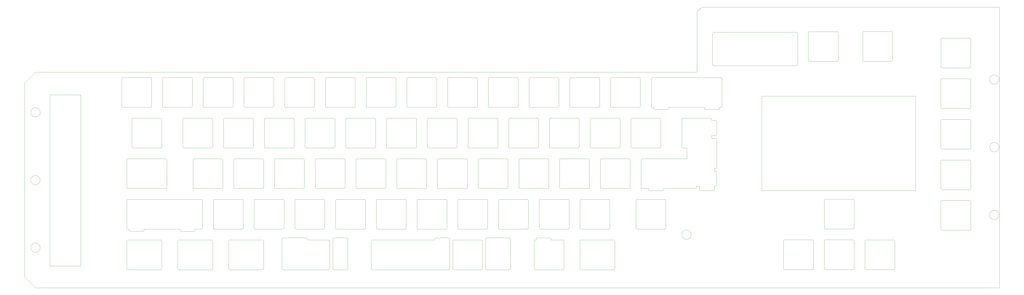
<source format=gm1>
G04 #@! TF.GenerationSoftware,KiCad,Pcbnew,8.0.3*
G04 #@! TF.CreationDate,2024-09-11T17:16:18-04:00*
G04 #@! TF.ProjectId,cover_plate,636f7665-725f-4706-9c61-74652e6b6963,rev?*
G04 #@! TF.SameCoordinates,Original*
G04 #@! TF.FileFunction,Profile,NP*
%FSLAX46Y46*%
G04 Gerber Fmt 4.6, Leading zero omitted, Abs format (unit mm)*
G04 Created by KiCad (PCBNEW 8.0.3) date 2024-09-11 17:16:18*
%MOMM*%
%LPD*%
G01*
G04 APERTURE LIST*
G04 #@! TA.AperFunction,Profile*
%ADD10C,0.100000*%
G04 #@! TD*
G04 APERTURE END LIST*
D10*
X274020947Y-188983553D02*
G75*
G02*
X274520947Y-189483553I-47J-500047D01*
G01*
X173796447Y-165783553D02*
G75*
G02*
X173296447Y-165283553I-47J499953D01*
G01*
X264521447Y-146683553D02*
G75*
G02*
X264021447Y-146183553I-47J499953D01*
G01*
X121271447Y-127583553D02*
X134271447Y-127583553D01*
X399283947Y-157671553D02*
X398671947Y-157671553D01*
X220721447Y-146183553D02*
X220721447Y-133183553D01*
X399283947Y-157671553D02*
G75*
G02*
X399783947Y-158171553I-47J-500047D01*
G01*
X468741847Y-105921953D02*
X481741847Y-105921953D01*
X287571447Y-127083553D02*
G75*
G02*
X287071447Y-127583647I-500047J-47D01*
G01*
X202446447Y-184883553D02*
G75*
G02*
X201946447Y-184383553I-47J499953D01*
G01*
X312271447Y-127583553D02*
X325271447Y-127583553D01*
X518356047Y-152336753D02*
X505356047Y-152336753D01*
X229771447Y-113583553D02*
G75*
G02*
X230271447Y-114083553I-47J-500047D01*
G01*
X482770647Y-189927953D02*
X469770647Y-189927953D01*
X311771447Y-114083553D02*
G75*
G02*
X312271447Y-113583647I499953J-47D01*
G01*
X163421447Y-203483553D02*
X163421447Y-190483553D01*
X239821447Y-146183553D02*
G75*
G02*
X239321447Y-146683647I-500047J-47D01*
G01*
X226271947Y-188983553D02*
G75*
G02*
X226771947Y-189483553I-47J-500047D01*
G01*
X201621447Y-146183553D02*
X201621447Y-133183553D01*
X340421447Y-133183553D02*
X340421447Y-146183553D01*
X169021447Y-146683553D02*
G75*
G02*
X168521447Y-146183553I-47J499953D01*
G01*
X307496447Y-165783553D02*
G75*
G02*
X306996447Y-165283553I-47J499953D01*
G01*
X218333947Y-203483553D02*
X218333947Y-190483553D01*
X273571447Y-114083553D02*
X273571447Y-127083553D01*
X163421447Y-146183553D02*
G75*
G02*
X162921447Y-146683647I-500047J-47D01*
G01*
X315121447Y-189983553D02*
X315121447Y-189483600D01*
X235871447Y-127583553D02*
X248871447Y-127583553D01*
X186796447Y-151783553D02*
G75*
G02*
X187296447Y-152283553I-47J-500047D01*
G01*
X360021447Y-146683553D02*
G75*
G02*
X359521447Y-146183553I-47J499953D01*
G01*
X504856047Y-114636753D02*
G75*
G02*
X505356047Y-114136847I499953J-47D01*
G01*
X326596447Y-165783553D02*
G75*
G02*
X326096447Y-165283553I-47J499953D01*
G01*
X131266447Y-184888553D02*
X148146447Y-184888553D01*
X207321447Y-188983553D02*
G75*
G02*
X207821447Y-189483553I-47J-500047D01*
G01*
X283121447Y-133183553D02*
X283121447Y-146183553D01*
X287896447Y-152283553D02*
X287896447Y-165283553D01*
X383896447Y-146683553D02*
G75*
G02*
X383396447Y-146183553I-47J499953D01*
G01*
X396896447Y-132683553D02*
X383896447Y-132683553D01*
X481741847Y-91921953D02*
G75*
G02*
X482241847Y-92421953I-47J-500047D01*
G01*
X336146447Y-203983553D02*
X351533947Y-203983553D01*
X216771447Y-127583553D02*
X229771447Y-127583553D01*
X482241847Y-105421953D02*
X482241847Y-92421953D01*
X287896447Y-152283553D02*
G75*
G02*
X288396447Y-151783647I499953J-47D01*
G01*
X325271447Y-113583553D02*
G75*
G02*
X325771447Y-114083553I-47J-500047D01*
G01*
X225821447Y-133183553D02*
X225821447Y-146183553D01*
X283121447Y-133183553D02*
G75*
G02*
X283621447Y-132683647I499953J-47D01*
G01*
X377183447Y-128083553D02*
G75*
G02*
X376683447Y-128583647I-500047J-47D01*
G01*
X182521447Y-146183553D02*
X182521447Y-133183553D01*
X267971447Y-113583553D02*
G75*
G02*
X268471447Y-114083553I-47J-500047D01*
G01*
X226771947Y-203483553D02*
X226771947Y-189483553D01*
X221546447Y-184883553D02*
X234546447Y-184883553D01*
X205896447Y-151783553D02*
X192896447Y-151783553D01*
X147033947Y-190483553D02*
X147033947Y-203483553D01*
X362408947Y-184883553D02*
G75*
G02*
X361908947Y-184383553I-47J499953D01*
G01*
X310946447Y-170883553D02*
G75*
G02*
X311446447Y-171383553I-47J-500047D01*
G01*
X328161275Y-203483553D02*
G75*
G02*
X327659134Y-203985975I-502375J-47D01*
G01*
X383896447Y-146683553D02*
X385783947Y-146683553D01*
X278346447Y-171383553D02*
X278346447Y-184383553D01*
X316546447Y-171383553D02*
G75*
G02*
X317046447Y-170883647I499953J-47D01*
G01*
X168521447Y-133183553D02*
G75*
G02*
X169021447Y-132683647I499953J-47D01*
G01*
X154196447Y-152283553D02*
G75*
G02*
X154696447Y-151783647I499953J-47D01*
G01*
X123658947Y-184883553D02*
X124270947Y-184888553D01*
X277521447Y-132683553D02*
G75*
G02*
X278021447Y-133183553I-47J-500047D01*
G01*
X168521447Y-133183553D02*
X168521447Y-146183553D01*
X187621447Y-133183553D02*
X187621447Y-146183553D01*
X163421447Y-146183553D02*
X163421447Y-133183553D01*
X148146447Y-184888553D02*
X148146447Y-185383553D01*
X259246447Y-171383553D02*
G75*
G02*
X259746447Y-170883647I499953J-47D01*
G01*
X210671447Y-113583553D02*
X197671447Y-113583553D01*
X518356047Y-133236753D02*
G75*
G02*
X518856047Y-133736753I-47J-500047D01*
G01*
X201946447Y-171383553D02*
X201946447Y-184383553D01*
X244596447Y-165283553D02*
X244596447Y-152283553D01*
X334821447Y-132683553D02*
G75*
G02*
X335321447Y-133183553I-47J-500047D01*
G01*
X344371447Y-113583553D02*
G75*
G02*
X344871447Y-114083553I-47J-500047D01*
G01*
X239321447Y-132683553D02*
X226321447Y-132683553D01*
X293171447Y-127583553D02*
X306171447Y-127583553D01*
X311771447Y-114083553D02*
X311771447Y-127083553D01*
X306171447Y-113583553D02*
X293171447Y-113583553D01*
X532100000Y-114560000D02*
G75*
G02*
X527700000Y-114560000I-2200000J0D01*
G01*
X527700000Y-114560000D02*
G75*
G02*
X532100000Y-114560000I2200000J0D01*
G01*
X321821447Y-146683553D02*
G75*
G02*
X321321447Y-146183553I-47J499953D01*
G01*
X450182447Y-171309753D02*
X450182447Y-184309753D01*
X445094447Y-203400153D02*
X445094447Y-190400153D01*
X317046447Y-184883553D02*
G75*
G02*
X316546447Y-184383553I-47J499953D01*
G01*
X258421447Y-132683553D02*
X245421447Y-132683553D01*
X352039751Y-203480011D02*
G75*
G02*
X351530651Y-203989453I-505851J-3589D01*
G01*
X349146447Y-170883553D02*
G75*
G02*
X349646447Y-171383553I-47J-500047D01*
G01*
X330046447Y-170883553D02*
G75*
G02*
X330546447Y-171383553I-47J-500047D01*
G01*
X217833947Y-189983553D02*
G75*
G02*
X218333947Y-190483553I-47J-500047D01*
G01*
X336146447Y-203983553D02*
G75*
G02*
X335646447Y-203483553I-47J499953D01*
G01*
X504893553Y-95543553D02*
G75*
G02*
X505393553Y-95043553I500047J-47D01*
G01*
X220271947Y-203983553D02*
X226271947Y-203983553D01*
X215446447Y-170883553D02*
G75*
G02*
X215946447Y-171383553I-47J-500047D01*
G01*
X187296447Y-165283553D02*
X187296447Y-152283553D01*
X353921447Y-132683553D02*
G75*
G02*
X354421447Y-133183553I-47J-500047D01*
G01*
X278021447Y-146183553D02*
G75*
G02*
X277521447Y-146683647I-500047J-47D01*
G01*
X169021447Y-146683553D02*
X182021447Y-146683553D01*
X123156761Y-171383551D02*
G75*
G02*
X123657648Y-170881762I501839J-49D01*
G01*
X230271447Y-127083553D02*
X230271447Y-114083553D01*
X240646447Y-184883553D02*
X253646447Y-184883553D01*
X301396447Y-151783553D02*
X288396447Y-151783553D01*
X206396447Y-165283553D02*
G75*
G02*
X205896447Y-165783647I-500047J-47D01*
G01*
X505356047Y-128136753D02*
X518356047Y-128136753D01*
X196846447Y-184383553D02*
X196846447Y-171383553D01*
X218333947Y-203483553D02*
G75*
G02*
X217833947Y-203983547I-499947J-47D01*
G01*
X450182447Y-190409753D02*
G75*
G02*
X450682447Y-189909847I499953J-47D01*
G01*
X397396447Y-140795553D02*
X397396447Y-142233553D01*
X370683447Y-128583553D02*
X376683447Y-128583553D01*
X297946447Y-184883553D02*
G75*
G02*
X297446447Y-184383553I-47J499953D01*
G01*
X183346447Y-184883553D02*
X196346447Y-184883553D01*
X364796447Y-165783553D02*
X367795947Y-165783553D01*
X297946447Y-184883553D02*
X310946447Y-184883553D01*
X282296447Y-151783553D02*
G75*
G02*
X282796447Y-152283553I-47J-500047D01*
G01*
X206396447Y-165283553D02*
X206396447Y-152283553D01*
X124770947Y-185883553D02*
G75*
G02*
X124270947Y-185383553I-47J499953D01*
G01*
X340921447Y-146683553D02*
X353921447Y-146683553D01*
X306996447Y-152283553D02*
G75*
G02*
X307496447Y-151783647I499953J-47D01*
G01*
X182021447Y-132683553D02*
X169021447Y-132683553D01*
X207221447Y-146683553D02*
X220221447Y-146683553D01*
X264521447Y-146683553D02*
X277521447Y-146683553D01*
X283621447Y-146683553D02*
G75*
G02*
X283121447Y-146183553I-47J499953D01*
G01*
X302721447Y-146683553D02*
X315721447Y-146683553D01*
X168196447Y-165283553D02*
X168196447Y-152283553D01*
X518856047Y-184936753D02*
X518856047Y-171936753D01*
X518856047Y-184936753D02*
G75*
G02*
X518356047Y-185436847I-500047J-47D01*
G01*
X401741447Y-113583553D02*
X369571447Y-113583553D01*
X397728447Y-93251153D02*
G75*
G02*
X398728447Y-92251247I999953J-47D01*
G01*
X345696447Y-165783553D02*
X358696447Y-165783553D01*
X272746447Y-170883553D02*
X259746447Y-170883553D01*
X244096447Y-151783553D02*
X231096447Y-151783553D01*
X141433947Y-151783553D02*
X123658947Y-151783553D01*
X390233947Y-165283553D02*
X390233947Y-164671553D01*
X314158947Y-190483553D02*
G75*
G02*
X314658947Y-189983647I499953J-47D01*
G01*
X320996447Y-165283553D02*
G75*
G02*
X320496447Y-165783647I-500047J-47D01*
G01*
X303033947Y-203483553D02*
X303033947Y-189483553D01*
X292671447Y-114083553D02*
X292671447Y-127083553D01*
X505356047Y-147236753D02*
X518356047Y-147236753D01*
X335321447Y-146183553D02*
G75*
G02*
X334821447Y-146683647I-500047J-47D01*
G01*
X282796447Y-165283553D02*
G75*
G02*
X282296447Y-165783647I-500047J-47D01*
G01*
X301896447Y-165283553D02*
G75*
G02*
X301396447Y-165783647I-500047J-47D01*
G01*
X397728447Y-93251153D02*
X397728447Y-107001153D01*
X134271447Y-113583553D02*
G75*
G02*
X134771447Y-114083553I-47J-500047D01*
G01*
X392171947Y-166783553D02*
G75*
G02*
X391671947Y-166283553I-47J499953D01*
G01*
X456703447Y-105476153D02*
G75*
G02*
X456203447Y-105976247I-500047J-47D01*
G01*
X139546447Y-146183553D02*
G75*
G02*
X139046447Y-146683647I-500047J-47D01*
G01*
X125546447Y-133183553D02*
X125546447Y-146183553D01*
X518893553Y-108543553D02*
X518893553Y-95543553D01*
X238270000Y-203983553D02*
X274020947Y-203983553D01*
X288396447Y-165783553D02*
G75*
G02*
X287896447Y-165283553I-47J499953D01*
G01*
X373521447Y-146183553D02*
G75*
G02*
X373021447Y-146683647I-500047J-47D01*
G01*
X274071447Y-127583553D02*
X287071447Y-127583553D01*
X172971447Y-127083553D02*
G75*
G02*
X172471447Y-127583647I-500047J-47D01*
G01*
X394059447Y-127583553D02*
X394059447Y-128083553D01*
X254971447Y-127583553D02*
G75*
G02*
X254471447Y-127083553I-47J499953D01*
G01*
X225496447Y-165283553D02*
X225496447Y-152283553D01*
X235371447Y-114083553D02*
G75*
G02*
X235871447Y-113583647I499953J-47D01*
G01*
X463682447Y-189909753D02*
G75*
G02*
X464182447Y-190409753I-47J-500047D01*
G01*
X359196447Y-165283553D02*
G75*
G02*
X358696447Y-165783647I-500047J-47D01*
G01*
X268796447Y-152283553D02*
X268796447Y-165283553D01*
X239821447Y-146183553D02*
X239821447Y-133183553D01*
X216271447Y-114083553D02*
G75*
G02*
X216771447Y-113583647I499953J-47D01*
G01*
X274520947Y-203483553D02*
X274520947Y-189483553D01*
X274520947Y-203483553D02*
G75*
G02*
X274020947Y-203983647I-500047J-47D01*
G01*
X397396447Y-133795553D02*
X397396447Y-133183553D01*
X518393553Y-95043553D02*
X505393553Y-95043553D01*
X263696447Y-165283553D02*
X263696447Y-152283553D01*
X330046447Y-170883553D02*
X317046447Y-170883553D01*
X297121447Y-146183553D02*
X297121447Y-133183553D01*
X205896447Y-151783553D02*
G75*
G02*
X206396447Y-152283553I-47J-500047D01*
G01*
X320496447Y-151783553D02*
X307496447Y-151783553D01*
X322121447Y-189983553D02*
X322121447Y-189483600D01*
X398728447Y-108001153D02*
X436978447Y-108001153D01*
X399283947Y-133795553D02*
G75*
G02*
X399783947Y-134295553I-47J-500047D01*
G01*
X237758947Y-190483553D02*
G75*
G02*
X238258947Y-189983647I499953J-47D01*
G01*
X331371447Y-127583553D02*
G75*
G02*
X330871447Y-127083553I-47J499953D01*
G01*
X370183447Y-127583553D02*
X370183447Y-128083553D01*
X398671947Y-166283553D02*
X398671947Y-164671553D01*
X375408947Y-170883553D02*
G75*
G02*
X375908947Y-171383553I-47J-500047D01*
G01*
X399783947Y-140295553D02*
X399783947Y-134295553D01*
X437728447Y-107251153D02*
G75*
G02*
X436978447Y-108001247I-750047J-47D01*
G01*
X336146447Y-184883553D02*
G75*
G02*
X335646447Y-184383553I-47J499953D01*
G01*
X505356047Y-166336753D02*
G75*
G02*
X504856047Y-165836753I-47J499953D01*
G01*
X358696447Y-151783553D02*
G75*
G02*
X359196447Y-152283553I-47J-500047D01*
G01*
X219771947Y-189483553D02*
X219771947Y-203483553D01*
X267971447Y-113583553D02*
X254971447Y-113583553D01*
X383396447Y-133183553D02*
G75*
G02*
X383896447Y-132683647I499953J-47D01*
G01*
X398671947Y-164671553D02*
X399283947Y-164671553D01*
X291896947Y-203983553D02*
X302533947Y-203983553D01*
X375408947Y-170883553D02*
X362408947Y-170883553D01*
X401059447Y-128083553D02*
G75*
G02*
X400559447Y-128583647I-500047J-47D01*
G01*
X320996447Y-165283553D02*
X320996447Y-152283553D01*
X123160000Y-203490000D02*
X123160000Y-190490000D01*
X398728447Y-108001153D02*
G75*
G02*
X397728447Y-107001153I-47J999953D01*
G01*
X463682447Y-189909753D02*
X450682447Y-189909753D01*
X238270000Y-203985039D02*
G75*
G02*
X237757338Y-203483553I-11100J501439D01*
G01*
X302221447Y-133183553D02*
G75*
G02*
X302721447Y-132683647I499953J-47D01*
G01*
X315721447Y-132683553D02*
G75*
G02*
X316221447Y-133183553I-47J-500047D01*
G01*
X278846447Y-184883553D02*
X291846447Y-184883553D01*
X244921447Y-133183553D02*
X244921447Y-146183553D01*
X450682447Y-203909753D02*
X463682447Y-203909753D01*
X443203447Y-105976153D02*
X456203447Y-105976153D01*
X349646447Y-184383553D02*
X349646447Y-171383553D01*
X254471447Y-114083553D02*
G75*
G02*
X254971447Y-113583647I499953J-47D01*
G01*
X394559447Y-128583553D02*
G75*
G02*
X394059447Y-128083553I-47J499953D01*
G01*
X518856047Y-146736753D02*
X518856047Y-133736753D01*
X149421447Y-133183553D02*
G75*
G02*
X149921447Y-132683647I499953J-47D01*
G01*
X268796447Y-152283553D02*
G75*
G02*
X269296447Y-151783647I499953J-47D01*
G01*
X374795947Y-166283553D02*
G75*
G02*
X374295947Y-166783647I-500047J-47D01*
G01*
X148646947Y-185883553D02*
X154646947Y-185883553D01*
X340096447Y-165283553D02*
G75*
G02*
X339596447Y-165783647I-500047J-47D01*
G01*
X267520947Y-189978553D02*
X238258947Y-189983553D01*
X158646447Y-184383553D02*
G75*
G02*
X158146447Y-184883647I-500047J-47D01*
G01*
X245421447Y-146683553D02*
G75*
G02*
X244921447Y-146183553I-47J499953D01*
G01*
X505393553Y-109043553D02*
G75*
G02*
X504893647Y-108543553I47J499953D01*
G01*
X219771947Y-189483553D02*
G75*
G02*
X220271947Y-188983647I499953J-47D01*
G01*
X149921447Y-146683553D02*
X162921447Y-146683553D01*
X287071447Y-113583553D02*
G75*
G02*
X287571447Y-114083553I-47J-500047D01*
G01*
X311446447Y-184383553D02*
X311446447Y-171383553D01*
X532370000Y-80473247D02*
X532370000Y-212423247D01*
X532273247Y-212520000D01*
X80346047Y-212520000D01*
X75188719Y-207362672D01*
X75188719Y-116340847D01*
X80222807Y-111306759D01*
X80222807Y-111300000D01*
X80477807Y-111045000D01*
X390261047Y-111045000D01*
X390516047Y-110790000D01*
X390516047Y-82640000D01*
X392686047Y-80470000D01*
X532333247Y-80470000D01*
X532350000Y-80453247D01*
X532370000Y-80473247D01*
X344871447Y-127083553D02*
G75*
G02*
X344371447Y-127583647I-500047J-47D01*
G01*
X82550000Y-129930000D02*
G75*
G02*
X78150000Y-129930000I-2200000J0D01*
G01*
X78150000Y-129930000D02*
G75*
G02*
X82550000Y-129930000I2200000J0D01*
G01*
X82540000Y-161860000D02*
G75*
G02*
X78140000Y-161860000I-2200000J0D01*
G01*
X78140000Y-161860000D02*
G75*
G02*
X82540000Y-161860000I2200000J0D01*
G01*
X278021447Y-146183553D02*
X278021447Y-133183553D01*
X226271947Y-188983553D02*
X220271947Y-188983553D01*
X482241847Y-105421953D02*
G75*
G02*
X481741847Y-105922047I-500047J-47D01*
G01*
X431094447Y-190400153D02*
G75*
G02*
X431594447Y-189900247I499953J-47D01*
G01*
X399783947Y-155733553D02*
G75*
G02*
X399283947Y-156233647I-500047J-47D01*
G01*
X363971447Y-127083553D02*
X363971447Y-114083553D01*
X211496447Y-152283553D02*
G75*
G02*
X211996447Y-151783647I499953J-47D01*
G01*
X297446447Y-171383553D02*
G75*
G02*
X297946447Y-170883647I499953J-47D01*
G01*
X401740000Y-113583554D02*
G75*
G02*
X402176130Y-114083553I-68600J-500046D01*
G01*
X192071447Y-127083553D02*
G75*
G02*
X191571447Y-127583647I-500047J-47D01*
G01*
X217833947Y-189983553D02*
X207821447Y-189978553D01*
X250196447Y-165783553D02*
G75*
G02*
X249696447Y-165283553I-47J499953D01*
G01*
X306671447Y-127083553D02*
G75*
G02*
X306171447Y-127583647I-500047J-47D01*
G01*
X253646447Y-170883553D02*
X240646447Y-170883553D01*
X131270947Y-185383553D02*
X131266447Y-184888553D01*
X340096447Y-165283553D02*
X340096447Y-152283553D01*
X87080000Y-121750000D02*
X101590000Y-121750000D01*
X101590000Y-202260000D01*
X87080000Y-202260000D01*
X87080000Y-121750000D01*
X211996447Y-165783553D02*
X224996447Y-165783553D01*
X481741847Y-91921953D02*
X468741847Y-91921953D01*
X518393553Y-95043553D02*
G75*
G02*
X518893647Y-95543553I47J-500047D01*
G01*
X154696447Y-165783553D02*
X167696447Y-165783553D01*
X464182447Y-184309753D02*
X464182447Y-171309753D01*
X192071447Y-127083553D02*
X192071447Y-114083553D01*
X469770647Y-203927953D02*
X482770647Y-203927953D01*
X431594447Y-203900153D02*
X444594447Y-203900153D01*
X187296447Y-203483553D02*
G75*
G02*
X186796447Y-203983647I-500047J-47D01*
G01*
X351535365Y-189982135D02*
G75*
G02*
X352035367Y-190483553I-1465J-501465D01*
G01*
X268471447Y-127083553D02*
G75*
G02*
X267971447Y-127583647I-500047J-47D01*
G01*
X325771447Y-127083553D02*
X325771447Y-114083553D01*
X328158947Y-203480000D02*
X328158947Y-190483600D01*
X167696447Y-151783553D02*
G75*
G02*
X168196447Y-152283553I-47J-500047D01*
G01*
X464182447Y-203409753D02*
X464182447Y-190409753D01*
X191571447Y-113583553D02*
G75*
G02*
X192071447Y-114083553I-47J-500047D01*
G01*
X134771447Y-127083553D02*
X134771447Y-114083553D01*
X201946447Y-171383553D02*
G75*
G02*
X202446447Y-170883647I499953J-47D01*
G01*
X504856047Y-133736753D02*
X504856047Y-146736753D01*
X162921447Y-189983553D02*
X147533947Y-189983553D01*
X330546447Y-184383553D02*
X330546447Y-171383553D01*
X354421447Y-146183553D02*
G75*
G02*
X353921447Y-146683647I-500047J-47D01*
G01*
X278346447Y-171383553D02*
G75*
G02*
X278846447Y-170883647I499953J-47D01*
G01*
X325271447Y-113583553D02*
X312271447Y-113583553D01*
X221046447Y-171383553D02*
X221046447Y-184383553D01*
X349971447Y-114083553D02*
X349971447Y-127083553D01*
X364796447Y-165783553D02*
G75*
G02*
X364296447Y-165283553I-47J499953D01*
G01*
X210671447Y-113583553D02*
G75*
G02*
X211171447Y-114083553I-47J-500047D01*
G01*
X244921447Y-133183553D02*
G75*
G02*
X245421447Y-132683647I499953J-47D01*
G01*
X518356047Y-133236753D02*
X505356047Y-133236753D01*
X162921447Y-132683553D02*
G75*
G02*
X163421447Y-133183553I-47J-500047D01*
G01*
X464182447Y-184309753D02*
G75*
G02*
X463682447Y-184809847I-500047J-47D01*
G01*
X450682447Y-184809753D02*
G75*
G02*
X450182447Y-184309753I-47J499953D01*
G01*
X370683447Y-128583553D02*
G75*
G02*
X370183447Y-128083553I-47J499953D01*
G01*
X139070000Y-203990000D02*
X123660000Y-203990000D01*
X287571447Y-127083553D02*
X287571447Y-114083553D01*
X220221447Y-132683553D02*
X207221447Y-132683553D01*
X259246447Y-171383553D02*
X259246447Y-184383553D01*
X224996447Y-151783553D02*
X211996447Y-151783553D01*
X397396447Y-140795553D02*
X399283947Y-140795553D01*
X220271947Y-203983553D02*
G75*
G02*
X219771947Y-203483553I-47J499953D01*
G01*
X321821447Y-146683553D02*
X334821447Y-146683553D01*
X177246447Y-170883553D02*
G75*
G02*
X177746447Y-171383553I-47J-500047D01*
G01*
X215946447Y-184383553D02*
G75*
G02*
X215446447Y-184883647I-500047J-47D01*
G01*
X197171447Y-114083553D02*
X197171447Y-127083553D01*
X383396447Y-133183553D02*
X383396447Y-146183553D01*
X398671947Y-156233553D02*
X399283947Y-156233553D01*
X248871447Y-113583553D02*
X235871447Y-113583553D01*
X178571447Y-127583553D02*
G75*
G02*
X178071447Y-127083553I-47J499953D01*
G01*
X301896447Y-165283553D02*
X301896447Y-152283553D01*
X288396447Y-165783553D02*
X301396447Y-165783553D01*
X316221447Y-146183553D02*
G75*
G02*
X315721447Y-146683647I-500047J-47D01*
G01*
X248871447Y-113583553D02*
G75*
G02*
X249371447Y-114083553I-47J-500047D01*
G01*
X399283947Y-142233553D02*
X397396447Y-142233553D01*
X391671947Y-164671553D02*
X391671947Y-166283553D01*
X464182447Y-203409753D02*
G75*
G02*
X463682447Y-203909847I-500047J-47D01*
G01*
X377183447Y-128083553D02*
X377183447Y-127583553D01*
X123158947Y-152283553D02*
X123158947Y-165283553D01*
X226321447Y-146683553D02*
X239321447Y-146683553D01*
X315121447Y-189483600D02*
G75*
G02*
X315621447Y-188983647I499953J0D01*
G01*
X187296447Y-190483553D02*
X187296447Y-203483553D01*
X254146447Y-184383553D02*
G75*
G02*
X253646447Y-184883647I-500047J-47D01*
G01*
X196395947Y-203983553D02*
X217830000Y-203983553D01*
X139070000Y-189990000D02*
G75*
G02*
X139570000Y-190490000I0J-500000D01*
G01*
X504856047Y-171936753D02*
G75*
G02*
X505356047Y-171436847I499953J-47D01*
G01*
X216771447Y-127583553D02*
G75*
G02*
X216271447Y-127083553I-47J499953D01*
G01*
X468741847Y-105921953D02*
G75*
G02*
X468241847Y-105421953I-47J499953D01*
G01*
X316221447Y-146183553D02*
X316221447Y-133183553D01*
X350471447Y-127583553D02*
X363471447Y-127583553D01*
X335646447Y-171383553D02*
X335646447Y-184383553D01*
X188121447Y-146683553D02*
X201121447Y-146683553D01*
X172971447Y-127083553D02*
X172971447Y-114083553D01*
X173296447Y-152283553D02*
G75*
G02*
X173796447Y-151783647I499953J-47D01*
G01*
X396896447Y-132683553D02*
G75*
G02*
X397396447Y-133183553I-47J-500047D01*
G01*
X518856047Y-165836753D02*
G75*
G02*
X518356047Y-166336847I-500047J-47D01*
G01*
X399783947Y-164171553D02*
G75*
G02*
X399283947Y-164671647I-500047J-47D01*
G01*
X163746447Y-171383553D02*
X163746447Y-184383553D01*
X267520947Y-189483553D02*
X267520947Y-189978553D01*
X126046447Y-146683553D02*
G75*
G02*
X125546447Y-146183553I-47J499953D01*
G01*
X344371447Y-113583553D02*
X331371447Y-113583553D01*
X123160000Y-190490000D02*
G75*
G02*
X123660000Y-189990000I500000J0D01*
G01*
X291846447Y-170883553D02*
G75*
G02*
X292346447Y-171383553I-47J-500047D01*
G01*
X349646447Y-184383553D02*
G75*
G02*
X349146447Y-184883647I-500047J-47D01*
G01*
X274071447Y-127583553D02*
G75*
G02*
X273571447Y-127083553I-47J499953D01*
G01*
X254471447Y-114083553D02*
X254471447Y-127083553D01*
X291846447Y-170883553D02*
X278846447Y-170883553D01*
X293171447Y-127583553D02*
G75*
G02*
X292671447Y-127083553I-47J499953D01*
G01*
X170885394Y-190477106D02*
X170885394Y-203477106D01*
X316546447Y-171383553D02*
X316546447Y-184383553D01*
X82570000Y-193660000D02*
G75*
G02*
X78170000Y-193660000I-2200000J0D01*
G01*
X78170000Y-193660000D02*
G75*
G02*
X82570000Y-193660000I2200000J0D01*
G01*
X192396447Y-152283553D02*
G75*
G02*
X192896447Y-151783647I499953J-47D01*
G01*
X289958947Y-203483553D02*
G75*
G02*
X289458947Y-203983647I-500047J-47D01*
G01*
X159471447Y-127583553D02*
X172471447Y-127583553D01*
X310946447Y-170883553D02*
X297946447Y-170883553D01*
X335321447Y-146183553D02*
X335321447Y-133183553D01*
X296621447Y-132683553D02*
X283621447Y-132683553D01*
X230596447Y-152283553D02*
G75*
G02*
X231096447Y-151783647I499953J-47D01*
G01*
X177246447Y-170883553D02*
X164246447Y-170883553D01*
X196346447Y-170883553D02*
G75*
G02*
X196846447Y-171383553I-47J-500047D01*
G01*
X240646447Y-184883553D02*
G75*
G02*
X240146447Y-184383553I-47J499953D01*
G01*
X244596447Y-165283553D02*
G75*
G02*
X244096447Y-165783647I-500047J-47D01*
G01*
X339596447Y-151783553D02*
X326596447Y-151783553D01*
X374795947Y-166283553D02*
X374795947Y-165783553D01*
X330871447Y-114083553D02*
G75*
G02*
X331371447Y-113583647I499953J-47D01*
G01*
X153371447Y-113583553D02*
X140371447Y-113583553D01*
X306171447Y-113583553D02*
G75*
G02*
X306671447Y-114083553I-47J-500047D01*
G01*
X504856047Y-152836753D02*
G75*
G02*
X505356047Y-152336847I499953J-47D01*
G01*
X191571447Y-113583553D02*
X178571447Y-113583553D01*
X505356047Y-128136753D02*
G75*
G02*
X504856047Y-127636753I-47J499953D01*
G01*
X450182447Y-190409753D02*
X450182447Y-203409753D01*
X297121447Y-146183553D02*
G75*
G02*
X296621447Y-146683647I-500047J-47D01*
G01*
X273246447Y-184383553D02*
X273246447Y-171383553D01*
X340421447Y-133183553D02*
G75*
G02*
X340921447Y-132683647I499953J-47D01*
G01*
X269296447Y-165783553D02*
G75*
G02*
X268796447Y-165283553I-47J499953D01*
G01*
X126046447Y-146683553D02*
X139046447Y-146683553D01*
X273246447Y-184383553D02*
G75*
G02*
X272746447Y-184883647I-500047J-47D01*
G01*
X469270647Y-190427953D02*
X469270647Y-203427953D01*
X518893553Y-108543553D02*
G75*
G02*
X518393553Y-109043553I-499953J-47D01*
G01*
X275958947Y-190483553D02*
G75*
G02*
X276458947Y-189983647I499953J-47D01*
G01*
X155146947Y-185383553D02*
X155146447Y-184888553D01*
X504856047Y-171936753D02*
X504856047Y-184936753D01*
X206721447Y-133183553D02*
X206721447Y-146183553D01*
X398671947Y-157671553D02*
X398671947Y-156233553D01*
X139871447Y-114083553D02*
G75*
G02*
X140371447Y-113583647I499953J-47D01*
G01*
X197671447Y-127583553D02*
G75*
G02*
X197171447Y-127083553I-47J499953D01*
G01*
X163746447Y-171383553D02*
G75*
G02*
X164246447Y-170883647I499953J-47D01*
G01*
X123158947Y-152283553D02*
G75*
G02*
X123658947Y-151783647I499953J-47D01*
G01*
X168196447Y-165283553D02*
G75*
G02*
X167696447Y-165783647I-500047J-47D01*
G01*
X149921447Y-146683553D02*
G75*
G02*
X149421447Y-146183553I-47J499953D01*
G01*
X369071447Y-114083553D02*
G75*
G02*
X369571447Y-113583647I499953J-47D01*
G01*
X444594447Y-189900153D02*
X431594447Y-189900153D01*
X234546447Y-170883553D02*
X221546447Y-170883553D01*
X431594447Y-203900153D02*
G75*
G02*
X431094447Y-203400153I-47J499953D01*
G01*
X344871447Y-127083553D02*
X344871447Y-114083553D01*
X302533947Y-188983553D02*
G75*
G02*
X303033947Y-189483553I-47J-500047D01*
G01*
X483270647Y-203427953D02*
G75*
G02*
X482770647Y-203928047I-500047J-47D01*
G01*
X235871447Y-127583553D02*
G75*
G02*
X235371447Y-127083553I-47J499953D01*
G01*
X278846447Y-184883553D02*
G75*
G02*
X278346447Y-184383553I-47J499953D01*
G01*
X202446447Y-184883553D02*
X215446447Y-184883553D01*
X463682447Y-170809753D02*
G75*
G02*
X464182447Y-171309753I-47J-500047D01*
G01*
X321621400Y-188983553D02*
X315621447Y-188983553D01*
X334821447Y-132683553D02*
X321821447Y-132683553D01*
X532100000Y-178170000D02*
G75*
G02*
X527700000Y-178170000I-2200000J0D01*
G01*
X527700000Y-178170000D02*
G75*
G02*
X532100000Y-178170000I2200000J0D01*
G01*
X345196447Y-152283553D02*
X345196447Y-165283553D01*
X330546447Y-184383553D02*
G75*
G02*
X330046447Y-184883647I-500047J-47D01*
G01*
X147560000Y-203983553D02*
G75*
G02*
X147033266Y-203483553I-26100J499953D01*
G01*
X268471447Y-127083553D02*
X268471447Y-114083553D01*
X450682447Y-184809753D02*
X463682447Y-184809753D01*
X158971447Y-114083553D02*
G75*
G02*
X159471447Y-113583647I499953J-47D01*
G01*
X167696447Y-151783553D02*
X154696447Y-151783553D01*
X153871447Y-127083553D02*
G75*
G02*
X153371447Y-127583647I-500047J-47D01*
G01*
X335646447Y-190483553D02*
G75*
G02*
X336146447Y-189983647I499953J-47D01*
G01*
X287071447Y-113583553D02*
X274071447Y-113583553D01*
X518356047Y-171436753D02*
G75*
G02*
X518856047Y-171936753I-47J-500047D01*
G01*
X139546447Y-146183553D02*
X139546447Y-133183553D01*
X375908947Y-184383553D02*
G75*
G02*
X375408947Y-184883647I-500047J-47D01*
G01*
X359196447Y-165283553D02*
X359196447Y-152283553D01*
X307496447Y-165783553D02*
X320496447Y-165783553D01*
X186796447Y-203983553D02*
X171386447Y-203983553D01*
X201121447Y-132683553D02*
G75*
G02*
X201621447Y-133183553I-47J-500047D01*
G01*
X186796447Y-189983553D02*
G75*
G02*
X187296447Y-190483553I-47J-500047D01*
G01*
X291896947Y-203983553D02*
G75*
G02*
X291396947Y-203483553I-47J499953D01*
G01*
X349971447Y-114083553D02*
G75*
G02*
X350471447Y-113583647I499953J-47D01*
G01*
X162921447Y-189983553D02*
G75*
G02*
X163421447Y-190483553I-47J-500047D01*
G01*
X123158947Y-171383553D02*
X123158947Y-184383553D01*
X221546447Y-184883553D02*
G75*
G02*
X221046447Y-184383553I-47J499953D01*
G01*
X186796447Y-151783553D02*
X173796447Y-151783553D01*
X249371447Y-127083553D02*
G75*
G02*
X248871447Y-127583647I-500047J-47D01*
G01*
X158971447Y-114083553D02*
X158971447Y-127083553D01*
X350471447Y-127583553D02*
G75*
G02*
X349971447Y-127083553I-47J499953D01*
G01*
X505356047Y-147236753D02*
G75*
G02*
X504856047Y-146736753I-47J499953D01*
G01*
X368295947Y-166783553D02*
G75*
G02*
X367795947Y-166283553I-47J499953D01*
G01*
X264021447Y-133183553D02*
X264021447Y-146183553D01*
X139570000Y-203490000D02*
G75*
G02*
X139070000Y-203990000I-500000J0D01*
G01*
X363971447Y-127083553D02*
G75*
G02*
X363471447Y-127583647I-500047J-47D01*
G01*
X216271447Y-114083553D02*
X216271447Y-127083553D01*
X292346447Y-184383553D02*
G75*
G02*
X291846447Y-184883647I-500047J-47D01*
G01*
X373521447Y-146183553D02*
X373521447Y-133183553D01*
X120771447Y-114083553D02*
X120771447Y-127083553D01*
X123660000Y-203990000D02*
G75*
G02*
X123160000Y-203490000I0J500000D01*
G01*
X211996447Y-165783553D02*
G75*
G02*
X211496447Y-165283553I-47J499953D01*
G01*
X518856047Y-127636753D02*
X518856047Y-114636753D01*
X436978447Y-92251153D02*
G75*
G02*
X437728447Y-93001153I-47J-750047D01*
G01*
X364296447Y-152283553D02*
G75*
G02*
X364796447Y-151783647I499953J-47D01*
G01*
X211496447Y-152283553D02*
X211496447Y-165283553D01*
X123658947Y-184883553D02*
G75*
G02*
X123158947Y-184383553I-47J499953D01*
G01*
X431094447Y-190400153D02*
X431094447Y-203400153D01*
X197671447Y-127583553D02*
X210671447Y-127583553D01*
X392171947Y-166783553D02*
X398171947Y-166783553D01*
X374795947Y-165783553D02*
X389733947Y-165783553D01*
X456203447Y-91976153D02*
G75*
G02*
X456703447Y-92476153I-47J-500047D01*
G01*
X385783947Y-151783553D02*
X364796447Y-151783553D01*
X326096447Y-152283553D02*
G75*
G02*
X326596447Y-151783647I499953J-47D01*
G01*
X326596447Y-165783553D02*
X339596447Y-165783553D01*
X363471447Y-113583553D02*
G75*
G02*
X363971447Y-114083553I-47J-500047D01*
G01*
X274020947Y-188983553D02*
X268020947Y-188983553D01*
X289458947Y-189983553D02*
X276458947Y-189983553D01*
X259746447Y-184883553D02*
X272746447Y-184883553D01*
X201121447Y-132683553D02*
X188121447Y-132683553D01*
X155146447Y-184888553D02*
X158146447Y-184883553D01*
X303033947Y-203483553D02*
G75*
G02*
X302533947Y-203983647I-500047J-47D01*
G01*
X171386447Y-203983553D02*
G75*
G02*
X170886447Y-203483553I-47J499953D01*
G01*
X292346447Y-184383553D02*
X292346447Y-171383553D01*
X182021447Y-132683553D02*
G75*
G02*
X182521447Y-133183553I-47J-500047D01*
G01*
X314658947Y-203983553D02*
X327668590Y-203983553D01*
X239321447Y-132683553D02*
G75*
G02*
X239821447Y-133183553I-47J-500047D01*
G01*
X398671947Y-166283553D02*
G75*
G02*
X398171947Y-166783647I-500047J-47D01*
G01*
X321321447Y-133183553D02*
G75*
G02*
X321821447Y-132683647I499953J-47D01*
G01*
X231096447Y-165783553D02*
X244096447Y-165783553D01*
X401059447Y-127583553D02*
X401671447Y-127583553D01*
X363471447Y-113583553D02*
X350471447Y-113583553D01*
X399283947Y-142233553D02*
G75*
G02*
X399783947Y-142733553I-47J-500047D01*
G01*
X124770947Y-185883553D02*
X130770947Y-185883553D01*
X120771447Y-114083553D02*
G75*
G02*
X121271447Y-113583647I499953J-47D01*
G01*
X206721447Y-133183553D02*
G75*
G02*
X207221447Y-132683647I499953J-47D01*
G01*
X282796447Y-165283553D02*
X282796447Y-152283553D01*
X188121447Y-146683553D02*
G75*
G02*
X187621447Y-146183553I-47J499953D01*
G01*
X312271447Y-127583553D02*
G75*
G02*
X311771447Y-127083553I-47J499953D01*
G01*
X450682447Y-203909753D02*
G75*
G02*
X450182447Y-203409753I-47J499953D01*
G01*
X391671947Y-164671553D02*
X390233947Y-164671553D01*
X354421447Y-146183553D02*
X354421447Y-133183553D01*
X504856047Y-114636753D02*
X504856047Y-127636753D01*
X192896447Y-165783553D02*
G75*
G02*
X192396447Y-165283553I-47J499953D01*
G01*
X226771947Y-203483553D02*
G75*
G02*
X226271947Y-203983647I-500047J-47D01*
G01*
X302221447Y-133183553D02*
X302221447Y-146183553D01*
X177746447Y-184383553D02*
G75*
G02*
X177246447Y-184883647I-500047J-47D01*
G01*
X134771447Y-127083553D02*
G75*
G02*
X134271447Y-127583647I-500047J-47D01*
G01*
X220721447Y-146183553D02*
G75*
G02*
X220221447Y-146683647I-500047J-47D01*
G01*
X351535365Y-189982135D02*
X336147865Y-189982135D01*
X468241847Y-92421953D02*
X468241847Y-105421953D01*
X352033947Y-203483553D02*
X352033947Y-190483553D01*
X292671447Y-114083553D02*
G75*
G02*
X293171447Y-113583647I499953J-47D01*
G01*
X211171447Y-127083553D02*
G75*
G02*
X210671447Y-127583647I-500047J-47D01*
G01*
X215946447Y-184383553D02*
X215946447Y-171383553D01*
X263696447Y-165283553D02*
G75*
G02*
X263196447Y-165783647I-500047J-47D01*
G01*
X158646447Y-184383553D02*
X158646447Y-171400000D01*
X172471447Y-113583553D02*
X159471447Y-113583553D01*
X469270647Y-190427953D02*
G75*
G02*
X469770647Y-189928047I499953J-47D01*
G01*
X373021447Y-132683553D02*
G75*
G02*
X373521447Y-133183553I-47J-500047D01*
G01*
X345196447Y-152283553D02*
G75*
G02*
X345696447Y-151783647I499953J-47D01*
G01*
X399783947Y-140295553D02*
G75*
G02*
X399283947Y-140795647I-500047J-47D01*
G01*
X178571447Y-127583553D02*
X191571447Y-127583553D01*
X235046447Y-184383553D02*
G75*
G02*
X234546447Y-184883647I-500047J-47D01*
G01*
X267520947Y-189483553D02*
G75*
G02*
X268020947Y-188983647I499953J-47D01*
G01*
X139871447Y-114083553D02*
X139871447Y-127083553D01*
X367795947Y-165783553D02*
X367795947Y-166283553D01*
X240146447Y-171383553D02*
G75*
G02*
X240646447Y-170883647I499953J-47D01*
G01*
X196846447Y-184383553D02*
G75*
G02*
X196346447Y-184883647I-500047J-47D01*
G01*
X437728447Y-107251153D02*
X437728447Y-93001153D01*
X272746447Y-170883553D02*
G75*
G02*
X273246447Y-171383553I-47J-500047D01*
G01*
X229771447Y-113583553D02*
X216771447Y-113583553D01*
X283621447Y-146683553D02*
X296621447Y-146683553D01*
X258921447Y-146183553D02*
G75*
G02*
X258421447Y-146683647I-500047J-47D01*
G01*
X335646447Y-171383553D02*
G75*
G02*
X336146447Y-170883647I499953J-47D01*
G01*
X345696447Y-165783553D02*
G75*
G02*
X345196447Y-165283553I-47J499953D01*
G01*
X505356047Y-185436753D02*
X518356047Y-185436753D01*
X402171447Y-127083553D02*
X402171447Y-114083553D01*
X139046447Y-132683553D02*
G75*
G02*
X139546447Y-133183553I-47J-500047D01*
G01*
X445094447Y-203400153D02*
G75*
G02*
X444594447Y-203900247I-500047J-47D01*
G01*
X183346447Y-184883553D02*
G75*
G02*
X182846447Y-184383553I-47J499953D01*
G01*
X162921447Y-132683553D02*
X149921447Y-132683553D01*
X264021447Y-133183553D02*
G75*
G02*
X264521447Y-132683647I499953J-47D01*
G01*
X331371447Y-127583553D02*
X344371447Y-127583553D01*
X230596447Y-152283553D02*
X230596447Y-165283553D01*
X234546447Y-170883553D02*
G75*
G02*
X235046447Y-171383553I-47J-500047D01*
G01*
X263196447Y-151783553D02*
X250196447Y-151783553D01*
X302533947Y-188983553D02*
X291896947Y-188983553D01*
X196395947Y-203983553D02*
G75*
G02*
X195895947Y-203483553I-47J499953D01*
G01*
X282296447Y-151783553D02*
X269296447Y-151783553D01*
X442703447Y-92476153D02*
G75*
G02*
X443203447Y-91976247I499953J-47D01*
G01*
X443203447Y-105976153D02*
G75*
G02*
X442703447Y-105476153I-47J499953D01*
G01*
X450182447Y-171309753D02*
G75*
G02*
X450682447Y-170809847I499953J-47D01*
G01*
X224996447Y-151783553D02*
G75*
G02*
X225496447Y-152283553I-47J-500047D01*
G01*
X518356047Y-114136753D02*
G75*
G02*
X518856047Y-114636753I-47J-500047D01*
G01*
X456703447Y-105476153D02*
X456703447Y-92476153D01*
X442703447Y-92476153D02*
X442703447Y-105476153D01*
X259746447Y-184883553D02*
G75*
G02*
X259246447Y-184383553I-47J499953D01*
G01*
X140371447Y-127583553D02*
G75*
G02*
X139871447Y-127083553I-47J499953D01*
G01*
X141433947Y-151783553D02*
G75*
G02*
X141933947Y-152283553I-47J-500047D01*
G01*
X436978447Y-92251153D02*
X398728447Y-92251153D01*
X369571447Y-127583553D02*
X370183447Y-127583553D01*
X469770647Y-203927953D02*
G75*
G02*
X469270647Y-203427953I-47J499953D01*
G01*
X377183447Y-127583553D02*
X394059447Y-127583553D01*
X253646447Y-170883553D02*
G75*
G02*
X254146447Y-171383553I-47J-500047D01*
G01*
X158140000Y-170883553D02*
X123660000Y-170883553D01*
X235371447Y-114083553D02*
X235371447Y-127083553D01*
X359521447Y-133183553D02*
X359521447Y-146183553D01*
X153871447Y-127083553D02*
X153871447Y-114083553D01*
X483270647Y-203427953D02*
X483270647Y-190427953D01*
X154196447Y-152283553D02*
X154196447Y-165283553D01*
X220221447Y-132683553D02*
G75*
G02*
X220721447Y-133183553I-47J-500047D01*
G01*
X302721447Y-146683553D02*
G75*
G02*
X302221447Y-146183553I-47J499953D01*
G01*
X178071447Y-114083553D02*
X178071447Y-127083553D01*
X155146947Y-185383553D02*
G75*
G02*
X154646947Y-185883647I-500047J-47D01*
G01*
X504856047Y-133736753D02*
G75*
G02*
X505356047Y-133236847I499953J-47D01*
G01*
X277521447Y-132683553D02*
X264521447Y-132683553D01*
X275958947Y-190483553D02*
X275958947Y-203483553D01*
X361908947Y-171383553D02*
X361908947Y-184383553D01*
X361908947Y-171383553D02*
G75*
G02*
X362408947Y-170883647I499953J-47D01*
G01*
X518356047Y-114136753D02*
X505356047Y-114136753D01*
X327658947Y-189983553D02*
G75*
G02*
X328158947Y-190483600I-47J-500047D01*
G01*
X173796447Y-165783553D02*
X186796447Y-165783553D01*
X182846447Y-171383553D02*
G75*
G02*
X183346447Y-170883647I499953J-47D01*
G01*
X131270947Y-185383553D02*
G75*
G02*
X130770947Y-185883647I-500047J-47D01*
G01*
X335646447Y-190483553D02*
X335646447Y-203483553D01*
X358696447Y-151783553D02*
X345696447Y-151783553D01*
X158141015Y-170889263D02*
G75*
G02*
X158646430Y-171395338I4685J-500737D01*
G01*
X314658947Y-203983553D02*
G75*
G02*
X314158947Y-203483600I-47J499953D01*
G01*
X504856047Y-152836753D02*
X504856047Y-165836753D01*
X390233947Y-165283553D02*
G75*
G02*
X389733947Y-165783647I-500047J-47D01*
G01*
X187296447Y-165283553D02*
G75*
G02*
X186796447Y-165783647I-500047J-47D01*
G01*
X444594447Y-189900153D02*
G75*
G02*
X445094447Y-190400153I-47J-500047D01*
G01*
X518356047Y-152336753D02*
G75*
G02*
X518856047Y-152836753I-47J-500047D01*
G01*
X250196447Y-165783553D02*
X263196447Y-165783553D01*
X325771447Y-127083553D02*
G75*
G02*
X325271447Y-127583647I-500047J-47D01*
G01*
X296621447Y-132683553D02*
G75*
G02*
X297121447Y-133183553I-47J-500047D01*
G01*
X301396447Y-151783553D02*
G75*
G02*
X301896447Y-152283553I-47J-500047D01*
G01*
X315121447Y-189983553D02*
X314658947Y-189983553D01*
X195895947Y-189483553D02*
G75*
G02*
X196395947Y-188983647I499953J-47D01*
G01*
X173296447Y-152283553D02*
X173296447Y-165283553D01*
X399783947Y-155733553D02*
X399783947Y-142733553D01*
X134271447Y-113583553D02*
X121271447Y-113583553D01*
X532110000Y-146330000D02*
G75*
G02*
X527710000Y-146330000I-2200000J0D01*
G01*
X527710000Y-146330000D02*
G75*
G02*
X532110000Y-146330000I2200000J0D01*
G01*
X237758947Y-190483553D02*
X237758947Y-203483553D01*
X369571447Y-127583553D02*
G75*
G02*
X369071447Y-127083553I-47J499953D01*
G01*
X231096447Y-165783553D02*
G75*
G02*
X230596447Y-165283553I-47J499953D01*
G01*
X226321447Y-146683553D02*
G75*
G02*
X225821447Y-146183553I-47J499953D01*
G01*
X123658947Y-165783553D02*
X141433947Y-165783553D01*
X178071447Y-114083553D02*
G75*
G02*
X178571447Y-113583647I499953J-47D01*
G01*
X399783947Y-164171553D02*
X399783947Y-158171553D01*
X321321447Y-133183553D02*
X321321447Y-146183553D01*
X320496447Y-151783553D02*
G75*
G02*
X320996447Y-152283553I-47J-500047D01*
G01*
X327658900Y-189983553D02*
X322121447Y-189983553D01*
X139046447Y-132683553D02*
X126046447Y-132683553D01*
X306671447Y-127083553D02*
X306671447Y-114083553D01*
X225821447Y-133183553D02*
G75*
G02*
X226321447Y-132683647I499953J-47D01*
G01*
X399283947Y-133795553D02*
X397396447Y-133795553D01*
X394559447Y-128583553D02*
X400559447Y-128583553D01*
X353921447Y-132683553D02*
X340921447Y-132683553D01*
X141933947Y-165283553D02*
G75*
G02*
X141433947Y-165783647I-500047J-47D01*
G01*
X153371447Y-113583553D02*
G75*
G02*
X153871447Y-114083553I-47J-500047D01*
G01*
X139570000Y-190490000D02*
X139570000Y-203490000D01*
X172471447Y-113583553D02*
G75*
G02*
X172971447Y-114083553I-47J-500047D01*
G01*
X468241847Y-92421953D02*
G75*
G02*
X468741847Y-91922047I499953J-47D01*
G01*
X140371447Y-127583553D02*
X153371447Y-127583553D01*
X463682447Y-170809753D02*
X450682447Y-170809753D01*
X177746447Y-184383553D02*
X177746447Y-171383553D01*
X375908947Y-184383553D02*
X375908947Y-171383553D01*
X360021447Y-146683553D02*
X373021447Y-146683553D01*
X505393553Y-109043553D02*
X518393553Y-109043553D01*
X317046447Y-184883553D02*
X330046447Y-184883553D01*
X170886447Y-190483553D02*
G75*
G02*
X171386447Y-189983647I499953J-47D01*
G01*
X263196447Y-151783553D02*
G75*
G02*
X263696447Y-152283553I-47J-500047D01*
G01*
X291396947Y-189483553D02*
X291396947Y-203483553D01*
X244096447Y-151783553D02*
G75*
G02*
X244596447Y-152283553I-47J-500047D01*
G01*
X249371447Y-127083553D02*
X249371447Y-114083553D01*
X195895947Y-189483553D02*
X195895947Y-203483553D01*
X362408947Y-184883553D02*
X375408947Y-184883553D01*
X123660000Y-189990000D02*
X139070000Y-189990000D01*
X276458947Y-203983553D02*
G75*
G02*
X275958947Y-203483553I-47J499953D01*
G01*
X315721447Y-132683553D02*
X302721447Y-132683553D01*
X518856047Y-165836753D02*
X518856047Y-152836753D01*
X289958947Y-203483553D02*
X289958947Y-190483553D01*
X254971447Y-127583553D02*
X267971447Y-127583553D01*
X269296447Y-165783553D02*
X282296447Y-165783553D01*
X196346447Y-170883553D02*
X183346447Y-170883553D01*
X339596447Y-151783553D02*
G75*
G02*
X340096447Y-152283553I-47J-500047D01*
G01*
X197171447Y-114083553D02*
G75*
G02*
X197671447Y-113583647I499953J-47D01*
G01*
X249696447Y-152283553D02*
G75*
G02*
X250196447Y-151783647I499953J-47D01*
G01*
X207821447Y-189978553D02*
X207821447Y-189483553D01*
X306996447Y-152283553D02*
X306996447Y-165283553D01*
X240146447Y-171383553D02*
X240146447Y-184383553D01*
X148646947Y-185883553D02*
G75*
G02*
X148146947Y-185383553I-47J499953D01*
G01*
X230271447Y-127083553D02*
G75*
G02*
X229771447Y-127583647I-500047J-47D01*
G01*
X211171447Y-127083553D02*
X211171447Y-114083553D01*
X154696447Y-165783553D02*
G75*
G02*
X154196447Y-165283553I-47J499953D01*
G01*
X420900000Y-122340000D02*
X492980000Y-122340000D01*
X492980000Y-166780000D01*
X420900000Y-166780000D01*
X420900000Y-122340000D01*
X289458947Y-189983553D02*
G75*
G02*
X289958947Y-190483553I-47J-500047D01*
G01*
X164246447Y-184883553D02*
G75*
G02*
X163746447Y-184383553I-47J499953D01*
G01*
X518856047Y-146736753D02*
G75*
G02*
X518356047Y-147236847I-500047J-47D01*
G01*
X321621400Y-188983553D02*
G75*
G02*
X322121447Y-189483600I0J-500047D01*
G01*
X364296447Y-152283553D02*
X364296447Y-165283553D01*
X171386447Y-189983553D02*
X186796447Y-189983553D01*
X245421447Y-146683553D02*
X258421447Y-146683553D01*
X207321447Y-188983553D02*
X196395947Y-188983553D01*
X201621447Y-146183553D02*
G75*
G02*
X201121447Y-146683647I-500047J-47D01*
G01*
X401059447Y-128083553D02*
X401059447Y-127583553D01*
X505356047Y-166336753D02*
X518356047Y-166336753D01*
X349146447Y-170883553D02*
X336146447Y-170883553D01*
X147560000Y-203983553D02*
X162921447Y-203983553D01*
X504893553Y-95543553D02*
X504893553Y-108543553D01*
X182521447Y-146183553D02*
G75*
G02*
X182021447Y-146683647I-500047J-47D01*
G01*
X225496447Y-165283553D02*
G75*
G02*
X224996447Y-165783647I-500047J-47D01*
G01*
X215446447Y-170883553D02*
X202446447Y-170883553D01*
X402171447Y-127083553D02*
G75*
G02*
X401671447Y-127583647I-500047J-47D01*
G01*
X123658947Y-165783553D02*
G75*
G02*
X123158947Y-165283553I-47J499953D01*
G01*
X187621447Y-133183553D02*
G75*
G02*
X188121447Y-132683647I499953J-47D01*
G01*
X149421447Y-133183553D02*
X149421447Y-146183553D01*
X359521447Y-133183553D02*
G75*
G02*
X360021447Y-132683647I499953J-47D01*
G01*
X249696447Y-152283553D02*
X249696447Y-165283553D01*
X456203447Y-91976153D02*
X443203447Y-91976153D01*
X297446447Y-171383553D02*
X297446447Y-184383553D01*
X314158947Y-190483553D02*
X314158947Y-203483600D01*
X182846447Y-171383553D02*
X182846447Y-184383553D01*
X326096447Y-152283553D02*
X326096447Y-165283553D01*
X373021447Y-132683553D02*
X360021447Y-132683553D01*
X124270947Y-184888553D02*
X124270947Y-185383553D01*
X207221447Y-146683553D02*
G75*
G02*
X206721447Y-146183553I-47J499953D01*
G01*
X159471447Y-127583553D02*
G75*
G02*
X158971447Y-127083553I-47J499953D01*
G01*
X235046447Y-184383553D02*
X235046447Y-171383553D01*
X505356047Y-185436753D02*
G75*
G02*
X504856047Y-184936753I-47J499953D01*
G01*
X340921447Y-146683553D02*
G75*
G02*
X340421447Y-146183553I-47J499953D01*
G01*
X368295947Y-166783553D02*
X374295947Y-166783553D01*
X291396947Y-189483553D02*
G75*
G02*
X291896947Y-188983647I499953J-47D01*
G01*
X387790000Y-187470000D02*
G75*
G02*
X383390000Y-187470000I-2200000J0D01*
G01*
X383390000Y-187470000D02*
G75*
G02*
X387790000Y-187470000I2200000J0D01*
G01*
X276458947Y-203983553D02*
X289458947Y-203983553D01*
X254146447Y-184383553D02*
X254146447Y-171383553D01*
X273571447Y-114083553D02*
G75*
G02*
X274071447Y-113583647I499953J-47D01*
G01*
X518856047Y-127636753D02*
G75*
G02*
X518356047Y-128136847I-500047J-47D01*
G01*
X192396447Y-152283553D02*
X192396447Y-165283553D01*
X125546447Y-133183553D02*
G75*
G02*
X126046447Y-132683647I499953J-47D01*
G01*
X258421447Y-132683553D02*
G75*
G02*
X258921447Y-133183553I-47J-500047D01*
G01*
X147032490Y-190490000D02*
G75*
G02*
X147532686Y-189982151I501410J6400D01*
G01*
X221046447Y-171383553D02*
G75*
G02*
X221546447Y-170883647I499953J-47D01*
G01*
X336146447Y-184883553D02*
X349146447Y-184883553D01*
X482770647Y-189927953D02*
G75*
G02*
X483270647Y-190427953I-47J-500047D01*
G01*
X369071447Y-114083553D02*
X369071447Y-127083553D01*
X163421447Y-203483553D02*
G75*
G02*
X162921447Y-203983647I-500047J-47D01*
G01*
X164246447Y-184883553D02*
X177246447Y-184883553D01*
X311446447Y-184383553D02*
G75*
G02*
X310946447Y-184883647I-500047J-47D01*
G01*
X192896447Y-165783553D02*
X205896447Y-165783553D01*
X330871447Y-114083553D02*
X330871447Y-127083553D01*
X141933947Y-165283553D02*
X141933947Y-152283553D01*
X385783947Y-146683553D02*
X385783947Y-151783553D01*
X121271447Y-127583553D02*
G75*
G02*
X120771447Y-127083553I-47J499953D01*
G01*
X518356047Y-171436753D02*
X505356047Y-171436753D01*
X258921447Y-146183553D02*
X258921447Y-133183553D01*
M02*

</source>
